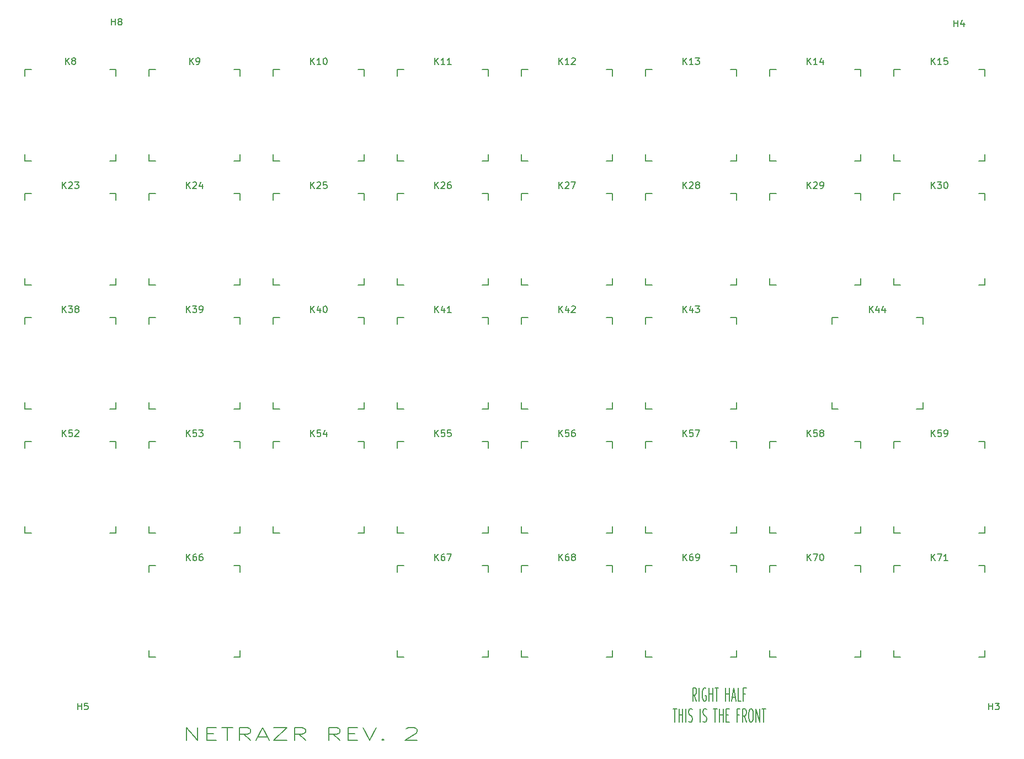
<source format=gto>
%TF.GenerationSoftware,KiCad,Pcbnew,(6.0.10)*%
%TF.CreationDate,2023-02-02T17:49:13-08:00*%
%TF.ProjectId,netrazr_rev2-Right,6e657472-617a-4725-9f72-6576322d5269,2*%
%TF.SameCoordinates,Original*%
%TF.FileFunction,Legend,Top*%
%TF.FilePolarity,Positive*%
%FSLAX46Y46*%
G04 Gerber Fmt 4.6, Leading zero omitted, Abs format (unit mm)*
G04 Created by KiCad (PCBNEW (6.0.10)) date 2023-02-02 17:49:13*
%MOMM*%
%LPD*%
G01*
G04 APERTURE LIST*
%ADD10C,0.150000*%
%ADD11C,3.531000*%
%ADD12C,1.803800*%
%ADD13C,1.092600*%
%ADD14C,2.134000*%
%ADD15C,3.802000*%
G04 APERTURE END LIST*
D10*
X252005142Y-174477761D02*
X252005142Y-172477761D01*
X253719428Y-174477761D01*
X253719428Y-172477761D01*
X255148000Y-173430142D02*
X256148000Y-173430142D01*
X256576571Y-174477761D02*
X255148000Y-174477761D01*
X255148000Y-172477761D01*
X256576571Y-172477761D01*
X257433714Y-172477761D02*
X259148000Y-172477761D01*
X258290857Y-174477761D02*
X258290857Y-172477761D01*
X261862285Y-174477761D02*
X260862285Y-173525380D01*
X260148000Y-174477761D02*
X260148000Y-172477761D01*
X261290857Y-172477761D01*
X261576571Y-172573000D01*
X261719428Y-172668238D01*
X261862285Y-172858714D01*
X261862285Y-173144428D01*
X261719428Y-173334904D01*
X261576571Y-173430142D01*
X261290857Y-173525380D01*
X260148000Y-173525380D01*
X263005142Y-173906333D02*
X264433714Y-173906333D01*
X262719428Y-174477761D02*
X263719428Y-172477761D01*
X264719428Y-174477761D01*
X265433714Y-172477761D02*
X267433714Y-172477761D01*
X265433714Y-174477761D01*
X267433714Y-174477761D01*
X270290857Y-174477761D02*
X269290857Y-173525380D01*
X268576571Y-174477761D02*
X268576571Y-172477761D01*
X269719428Y-172477761D01*
X270005142Y-172573000D01*
X270148000Y-172668238D01*
X270290857Y-172858714D01*
X270290857Y-173144428D01*
X270148000Y-173334904D01*
X270005142Y-173430142D01*
X269719428Y-173525380D01*
X268576571Y-173525380D01*
X275576571Y-174477761D02*
X274576571Y-173525380D01*
X273862285Y-174477761D02*
X273862285Y-172477761D01*
X275005142Y-172477761D01*
X275290857Y-172573000D01*
X275433714Y-172668238D01*
X275576571Y-172858714D01*
X275576571Y-173144428D01*
X275433714Y-173334904D01*
X275290857Y-173430142D01*
X275005142Y-173525380D01*
X273862285Y-173525380D01*
X276862285Y-173430142D02*
X277862285Y-173430142D01*
X278290857Y-174477761D02*
X276862285Y-174477761D01*
X276862285Y-172477761D01*
X278290857Y-172477761D01*
X279148000Y-172477761D02*
X280148000Y-174477761D01*
X281148000Y-172477761D01*
X282148000Y-174287285D02*
X282290857Y-174382523D01*
X282148000Y-174477761D01*
X282005142Y-174382523D01*
X282148000Y-174287285D01*
X282148000Y-174477761D01*
X285719428Y-172668238D02*
X285862285Y-172573000D01*
X286148000Y-172477761D01*
X286862285Y-172477761D01*
X287148000Y-172573000D01*
X287290857Y-172668238D01*
X287433714Y-172858714D01*
X287433714Y-173049190D01*
X287290857Y-173334904D01*
X285576571Y-174477761D01*
X287433714Y-174477761D01*
X330283000Y-168422761D02*
X329949666Y-167470380D01*
X329711571Y-168422761D02*
X329711571Y-166422761D01*
X330092523Y-166422761D01*
X330187761Y-166518000D01*
X330235380Y-166613238D01*
X330283000Y-166803714D01*
X330283000Y-167089428D01*
X330235380Y-167279904D01*
X330187761Y-167375142D01*
X330092523Y-167470380D01*
X329711571Y-167470380D01*
X330711571Y-168422761D02*
X330711571Y-166422761D01*
X331711571Y-166518000D02*
X331616333Y-166422761D01*
X331473476Y-166422761D01*
X331330619Y-166518000D01*
X331235380Y-166708476D01*
X331187761Y-166898952D01*
X331140142Y-167279904D01*
X331140142Y-167565619D01*
X331187761Y-167946571D01*
X331235380Y-168137047D01*
X331330619Y-168327523D01*
X331473476Y-168422761D01*
X331568714Y-168422761D01*
X331711571Y-168327523D01*
X331759190Y-168232285D01*
X331759190Y-167565619D01*
X331568714Y-167565619D01*
X332187761Y-168422761D02*
X332187761Y-166422761D01*
X332187761Y-167375142D02*
X332759190Y-167375142D01*
X332759190Y-168422761D02*
X332759190Y-166422761D01*
X333092523Y-166422761D02*
X333663952Y-166422761D01*
X333378238Y-168422761D02*
X333378238Y-166422761D01*
X334759190Y-168422761D02*
X334759190Y-166422761D01*
X334759190Y-167375142D02*
X335330619Y-167375142D01*
X335330619Y-168422761D02*
X335330619Y-166422761D01*
X335759190Y-167851333D02*
X336235380Y-167851333D01*
X335663952Y-168422761D02*
X335997285Y-166422761D01*
X336330619Y-168422761D01*
X337140142Y-168422761D02*
X336663952Y-168422761D01*
X336663952Y-166422761D01*
X337806809Y-167375142D02*
X337473476Y-167375142D01*
X337473476Y-168422761D02*
X337473476Y-166422761D01*
X337949666Y-166422761D01*
X326687761Y-169642761D02*
X327259190Y-169642761D01*
X326973476Y-171642761D02*
X326973476Y-169642761D01*
X327592523Y-171642761D02*
X327592523Y-169642761D01*
X327592523Y-170595142D02*
X328163952Y-170595142D01*
X328163952Y-171642761D02*
X328163952Y-169642761D01*
X328640142Y-171642761D02*
X328640142Y-169642761D01*
X329068714Y-171547523D02*
X329211571Y-171642761D01*
X329449666Y-171642761D01*
X329544904Y-171547523D01*
X329592523Y-171452285D01*
X329640142Y-171261809D01*
X329640142Y-171071333D01*
X329592523Y-170880857D01*
X329544904Y-170785619D01*
X329449666Y-170690380D01*
X329259190Y-170595142D01*
X329163952Y-170499904D01*
X329116333Y-170404666D01*
X329068714Y-170214190D01*
X329068714Y-170023714D01*
X329116333Y-169833238D01*
X329163952Y-169738000D01*
X329259190Y-169642761D01*
X329497285Y-169642761D01*
X329640142Y-169738000D01*
X330830619Y-171642761D02*
X330830619Y-169642761D01*
X331259190Y-171547523D02*
X331402047Y-171642761D01*
X331640142Y-171642761D01*
X331735380Y-171547523D01*
X331783000Y-171452285D01*
X331830619Y-171261809D01*
X331830619Y-171071333D01*
X331783000Y-170880857D01*
X331735380Y-170785619D01*
X331640142Y-170690380D01*
X331449666Y-170595142D01*
X331354428Y-170499904D01*
X331306809Y-170404666D01*
X331259190Y-170214190D01*
X331259190Y-170023714D01*
X331306809Y-169833238D01*
X331354428Y-169738000D01*
X331449666Y-169642761D01*
X331687761Y-169642761D01*
X331830619Y-169738000D01*
X332878238Y-169642761D02*
X333449666Y-169642761D01*
X333163952Y-171642761D02*
X333163952Y-169642761D01*
X333783000Y-171642761D02*
X333783000Y-169642761D01*
X333783000Y-170595142D02*
X334354428Y-170595142D01*
X334354428Y-171642761D02*
X334354428Y-169642761D01*
X334830619Y-170595142D02*
X335163952Y-170595142D01*
X335306809Y-171642761D02*
X334830619Y-171642761D01*
X334830619Y-169642761D01*
X335306809Y-169642761D01*
X336830619Y-170595142D02*
X336497285Y-170595142D01*
X336497285Y-171642761D02*
X336497285Y-169642761D01*
X336973476Y-169642761D01*
X337925857Y-171642761D02*
X337592523Y-170690380D01*
X337354428Y-171642761D02*
X337354428Y-169642761D01*
X337735380Y-169642761D01*
X337830619Y-169738000D01*
X337878238Y-169833238D01*
X337925857Y-170023714D01*
X337925857Y-170309428D01*
X337878238Y-170499904D01*
X337830619Y-170595142D01*
X337735380Y-170690380D01*
X337354428Y-170690380D01*
X338544904Y-169642761D02*
X338735380Y-169642761D01*
X338830619Y-169738000D01*
X338925857Y-169928476D01*
X338973476Y-170309428D01*
X338973476Y-170976095D01*
X338925857Y-171357047D01*
X338830619Y-171547523D01*
X338735380Y-171642761D01*
X338544904Y-171642761D01*
X338449666Y-171547523D01*
X338354428Y-171357047D01*
X338306809Y-170976095D01*
X338306809Y-170309428D01*
X338354428Y-169928476D01*
X338449666Y-169738000D01*
X338544904Y-169642761D01*
X339402047Y-171642761D02*
X339402047Y-169642761D01*
X339973476Y-171642761D01*
X339973476Y-169642761D01*
X340306809Y-169642761D02*
X340878238Y-169642761D01*
X340592523Y-171642761D02*
X340592523Y-169642761D01*
X290150714Y-146847380D02*
X290150714Y-145847380D01*
X290722142Y-146847380D02*
X290293571Y-146275952D01*
X290722142Y-145847380D02*
X290150714Y-146418809D01*
X291579285Y-145847380D02*
X291388809Y-145847380D01*
X291293571Y-145895000D01*
X291245952Y-145942619D01*
X291150714Y-146085476D01*
X291103095Y-146275952D01*
X291103095Y-146656904D01*
X291150714Y-146752142D01*
X291198333Y-146799761D01*
X291293571Y-146847380D01*
X291484047Y-146847380D01*
X291579285Y-146799761D01*
X291626904Y-146752142D01*
X291674523Y-146656904D01*
X291674523Y-146418809D01*
X291626904Y-146323571D01*
X291579285Y-146275952D01*
X291484047Y-146228333D01*
X291293571Y-146228333D01*
X291198333Y-146275952D01*
X291150714Y-146323571D01*
X291103095Y-146418809D01*
X292007857Y-145847380D02*
X292674523Y-145847380D01*
X292245952Y-146847380D01*
X233000714Y-127797380D02*
X233000714Y-126797380D01*
X233572142Y-127797380D02*
X233143571Y-127225952D01*
X233572142Y-126797380D02*
X233000714Y-127368809D01*
X234476904Y-126797380D02*
X234000714Y-126797380D01*
X233953095Y-127273571D01*
X234000714Y-127225952D01*
X234095952Y-127178333D01*
X234334047Y-127178333D01*
X234429285Y-127225952D01*
X234476904Y-127273571D01*
X234524523Y-127368809D01*
X234524523Y-127606904D01*
X234476904Y-127702142D01*
X234429285Y-127749761D01*
X234334047Y-127797380D01*
X234095952Y-127797380D01*
X234000714Y-127749761D01*
X233953095Y-127702142D01*
X234905476Y-126892619D02*
X234953095Y-126845000D01*
X235048333Y-126797380D01*
X235286428Y-126797380D01*
X235381666Y-126845000D01*
X235429285Y-126892619D01*
X235476904Y-126987857D01*
X235476904Y-127083095D01*
X235429285Y-127225952D01*
X234857857Y-127797380D01*
X235476904Y-127797380D01*
X366350714Y-89697380D02*
X366350714Y-88697380D01*
X366922142Y-89697380D02*
X366493571Y-89125952D01*
X366922142Y-88697380D02*
X366350714Y-89268809D01*
X367255476Y-88697380D02*
X367874523Y-88697380D01*
X367541190Y-89078333D01*
X367684047Y-89078333D01*
X367779285Y-89125952D01*
X367826904Y-89173571D01*
X367874523Y-89268809D01*
X367874523Y-89506904D01*
X367826904Y-89602142D01*
X367779285Y-89649761D01*
X367684047Y-89697380D01*
X367398333Y-89697380D01*
X367303095Y-89649761D01*
X367255476Y-89602142D01*
X368493571Y-88697380D02*
X368588809Y-88697380D01*
X368684047Y-88745000D01*
X368731666Y-88792619D01*
X368779285Y-88887857D01*
X368826904Y-89078333D01*
X368826904Y-89316428D01*
X368779285Y-89506904D01*
X368731666Y-89602142D01*
X368684047Y-89649761D01*
X368588809Y-89697380D01*
X368493571Y-89697380D01*
X368398333Y-89649761D01*
X368350714Y-89602142D01*
X368303095Y-89506904D01*
X368255476Y-89316428D01*
X368255476Y-89078333D01*
X368303095Y-88887857D01*
X368350714Y-88792619D01*
X368398333Y-88745000D01*
X368493571Y-88697380D01*
X328250714Y-146847380D02*
X328250714Y-145847380D01*
X328822142Y-146847380D02*
X328393571Y-146275952D01*
X328822142Y-145847380D02*
X328250714Y-146418809D01*
X329679285Y-145847380D02*
X329488809Y-145847380D01*
X329393571Y-145895000D01*
X329345952Y-145942619D01*
X329250714Y-146085476D01*
X329203095Y-146275952D01*
X329203095Y-146656904D01*
X329250714Y-146752142D01*
X329298333Y-146799761D01*
X329393571Y-146847380D01*
X329584047Y-146847380D01*
X329679285Y-146799761D01*
X329726904Y-146752142D01*
X329774523Y-146656904D01*
X329774523Y-146418809D01*
X329726904Y-146323571D01*
X329679285Y-146275952D01*
X329584047Y-146228333D01*
X329393571Y-146228333D01*
X329298333Y-146275952D01*
X329250714Y-146323571D01*
X329203095Y-146418809D01*
X330250714Y-146847380D02*
X330441190Y-146847380D01*
X330536428Y-146799761D01*
X330584047Y-146752142D01*
X330679285Y-146609285D01*
X330726904Y-146418809D01*
X330726904Y-146037857D01*
X330679285Y-145942619D01*
X330631666Y-145895000D01*
X330536428Y-145847380D01*
X330345952Y-145847380D01*
X330250714Y-145895000D01*
X330203095Y-145942619D01*
X330155476Y-146037857D01*
X330155476Y-146275952D01*
X330203095Y-146371190D01*
X330250714Y-146418809D01*
X330345952Y-146466428D01*
X330536428Y-146466428D01*
X330631666Y-146418809D01*
X330679285Y-146371190D01*
X330726904Y-146275952D01*
X252050714Y-108747380D02*
X252050714Y-107747380D01*
X252622142Y-108747380D02*
X252193571Y-108175952D01*
X252622142Y-107747380D02*
X252050714Y-108318809D01*
X252955476Y-107747380D02*
X253574523Y-107747380D01*
X253241190Y-108128333D01*
X253384047Y-108128333D01*
X253479285Y-108175952D01*
X253526904Y-108223571D01*
X253574523Y-108318809D01*
X253574523Y-108556904D01*
X253526904Y-108652142D01*
X253479285Y-108699761D01*
X253384047Y-108747380D01*
X253098333Y-108747380D01*
X253003095Y-108699761D01*
X252955476Y-108652142D01*
X254050714Y-108747380D02*
X254241190Y-108747380D01*
X254336428Y-108699761D01*
X254384047Y-108652142D01*
X254479285Y-108509285D01*
X254526904Y-108318809D01*
X254526904Y-107937857D01*
X254479285Y-107842619D01*
X254431666Y-107795000D01*
X254336428Y-107747380D01*
X254145952Y-107747380D01*
X254050714Y-107795000D01*
X254003095Y-107842619D01*
X253955476Y-107937857D01*
X253955476Y-108175952D01*
X254003095Y-108271190D01*
X254050714Y-108318809D01*
X254145952Y-108366428D01*
X254336428Y-108366428D01*
X254431666Y-108318809D01*
X254479285Y-108271190D01*
X254526904Y-108175952D01*
X309200714Y-70647380D02*
X309200714Y-69647380D01*
X309772142Y-70647380D02*
X309343571Y-70075952D01*
X309772142Y-69647380D02*
X309200714Y-70218809D01*
X310724523Y-70647380D02*
X310153095Y-70647380D01*
X310438809Y-70647380D02*
X310438809Y-69647380D01*
X310343571Y-69790238D01*
X310248333Y-69885476D01*
X310153095Y-69933095D01*
X311105476Y-69742619D02*
X311153095Y-69695000D01*
X311248333Y-69647380D01*
X311486428Y-69647380D01*
X311581666Y-69695000D01*
X311629285Y-69742619D01*
X311676904Y-69837857D01*
X311676904Y-69933095D01*
X311629285Y-70075952D01*
X311057857Y-70647380D01*
X311676904Y-70647380D01*
X369824095Y-64841380D02*
X369824095Y-63841380D01*
X369824095Y-64317571D02*
X370395523Y-64317571D01*
X370395523Y-64841380D02*
X370395523Y-63841380D01*
X371300285Y-64174714D02*
X371300285Y-64841380D01*
X371062190Y-63793761D02*
X370824095Y-64508047D01*
X371443142Y-64508047D01*
X233000714Y-89697380D02*
X233000714Y-88697380D01*
X233572142Y-89697380D02*
X233143571Y-89125952D01*
X233572142Y-88697380D02*
X233000714Y-89268809D01*
X233953095Y-88792619D02*
X234000714Y-88745000D01*
X234095952Y-88697380D01*
X234334047Y-88697380D01*
X234429285Y-88745000D01*
X234476904Y-88792619D01*
X234524523Y-88887857D01*
X234524523Y-88983095D01*
X234476904Y-89125952D01*
X233905476Y-89697380D01*
X234524523Y-89697380D01*
X234857857Y-88697380D02*
X235476904Y-88697380D01*
X235143571Y-89078333D01*
X235286428Y-89078333D01*
X235381666Y-89125952D01*
X235429285Y-89173571D01*
X235476904Y-89268809D01*
X235476904Y-89506904D01*
X235429285Y-89602142D01*
X235381666Y-89649761D01*
X235286428Y-89697380D01*
X235000714Y-89697380D01*
X234905476Y-89649761D01*
X234857857Y-89602142D01*
X328250714Y-127797380D02*
X328250714Y-126797380D01*
X328822142Y-127797380D02*
X328393571Y-127225952D01*
X328822142Y-126797380D02*
X328250714Y-127368809D01*
X329726904Y-126797380D02*
X329250714Y-126797380D01*
X329203095Y-127273571D01*
X329250714Y-127225952D01*
X329345952Y-127178333D01*
X329584047Y-127178333D01*
X329679285Y-127225952D01*
X329726904Y-127273571D01*
X329774523Y-127368809D01*
X329774523Y-127606904D01*
X329726904Y-127702142D01*
X329679285Y-127749761D01*
X329584047Y-127797380D01*
X329345952Y-127797380D01*
X329250714Y-127749761D01*
X329203095Y-127702142D01*
X330107857Y-126797380D02*
X330774523Y-126797380D01*
X330345952Y-127797380D01*
X347300714Y-127797380D02*
X347300714Y-126797380D01*
X347872142Y-127797380D02*
X347443571Y-127225952D01*
X347872142Y-126797380D02*
X347300714Y-127368809D01*
X348776904Y-126797380D02*
X348300714Y-126797380D01*
X348253095Y-127273571D01*
X348300714Y-127225952D01*
X348395952Y-127178333D01*
X348634047Y-127178333D01*
X348729285Y-127225952D01*
X348776904Y-127273571D01*
X348824523Y-127368809D01*
X348824523Y-127606904D01*
X348776904Y-127702142D01*
X348729285Y-127749761D01*
X348634047Y-127797380D01*
X348395952Y-127797380D01*
X348300714Y-127749761D01*
X348253095Y-127702142D01*
X349395952Y-127225952D02*
X349300714Y-127178333D01*
X349253095Y-127130714D01*
X349205476Y-127035476D01*
X349205476Y-126987857D01*
X349253095Y-126892619D01*
X349300714Y-126845000D01*
X349395952Y-126797380D01*
X349586428Y-126797380D01*
X349681666Y-126845000D01*
X349729285Y-126892619D01*
X349776904Y-126987857D01*
X349776904Y-127035476D01*
X349729285Y-127130714D01*
X349681666Y-127178333D01*
X349586428Y-127225952D01*
X349395952Y-127225952D01*
X349300714Y-127273571D01*
X349253095Y-127321190D01*
X349205476Y-127416428D01*
X349205476Y-127606904D01*
X349253095Y-127702142D01*
X349300714Y-127749761D01*
X349395952Y-127797380D01*
X349586428Y-127797380D01*
X349681666Y-127749761D01*
X349729285Y-127702142D01*
X349776904Y-127606904D01*
X349776904Y-127416428D01*
X349729285Y-127321190D01*
X349681666Y-127273571D01*
X349586428Y-127225952D01*
X271100714Y-127797380D02*
X271100714Y-126797380D01*
X271672142Y-127797380D02*
X271243571Y-127225952D01*
X271672142Y-126797380D02*
X271100714Y-127368809D01*
X272576904Y-126797380D02*
X272100714Y-126797380D01*
X272053095Y-127273571D01*
X272100714Y-127225952D01*
X272195952Y-127178333D01*
X272434047Y-127178333D01*
X272529285Y-127225952D01*
X272576904Y-127273571D01*
X272624523Y-127368809D01*
X272624523Y-127606904D01*
X272576904Y-127702142D01*
X272529285Y-127749761D01*
X272434047Y-127797380D01*
X272195952Y-127797380D01*
X272100714Y-127749761D01*
X272053095Y-127702142D01*
X273481666Y-127130714D02*
X273481666Y-127797380D01*
X273243571Y-126749761D02*
X273005476Y-127464047D01*
X273624523Y-127464047D01*
X309200714Y-89697380D02*
X309200714Y-88697380D01*
X309772142Y-89697380D02*
X309343571Y-89125952D01*
X309772142Y-88697380D02*
X309200714Y-89268809D01*
X310153095Y-88792619D02*
X310200714Y-88745000D01*
X310295952Y-88697380D01*
X310534047Y-88697380D01*
X310629285Y-88745000D01*
X310676904Y-88792619D01*
X310724523Y-88887857D01*
X310724523Y-88983095D01*
X310676904Y-89125952D01*
X310105476Y-89697380D01*
X310724523Y-89697380D01*
X311057857Y-88697380D02*
X311724523Y-88697380D01*
X311295952Y-89697380D01*
X309200714Y-108747380D02*
X309200714Y-107747380D01*
X309772142Y-108747380D02*
X309343571Y-108175952D01*
X309772142Y-107747380D02*
X309200714Y-108318809D01*
X310629285Y-108080714D02*
X310629285Y-108747380D01*
X310391190Y-107699761D02*
X310153095Y-108414047D01*
X310772142Y-108414047D01*
X311105476Y-107842619D02*
X311153095Y-107795000D01*
X311248333Y-107747380D01*
X311486428Y-107747380D01*
X311581666Y-107795000D01*
X311629285Y-107842619D01*
X311676904Y-107937857D01*
X311676904Y-108033095D01*
X311629285Y-108175952D01*
X311057857Y-108747380D01*
X311676904Y-108747380D01*
X290150714Y-89697380D02*
X290150714Y-88697380D01*
X290722142Y-89697380D02*
X290293571Y-89125952D01*
X290722142Y-88697380D02*
X290150714Y-89268809D01*
X291103095Y-88792619D02*
X291150714Y-88745000D01*
X291245952Y-88697380D01*
X291484047Y-88697380D01*
X291579285Y-88745000D01*
X291626904Y-88792619D01*
X291674523Y-88887857D01*
X291674523Y-88983095D01*
X291626904Y-89125952D01*
X291055476Y-89697380D01*
X291674523Y-89697380D01*
X292531666Y-88697380D02*
X292341190Y-88697380D01*
X292245952Y-88745000D01*
X292198333Y-88792619D01*
X292103095Y-88935476D01*
X292055476Y-89125952D01*
X292055476Y-89506904D01*
X292103095Y-89602142D01*
X292150714Y-89649761D01*
X292245952Y-89697380D01*
X292436428Y-89697380D01*
X292531666Y-89649761D01*
X292579285Y-89602142D01*
X292626904Y-89506904D01*
X292626904Y-89268809D01*
X292579285Y-89173571D01*
X292531666Y-89125952D01*
X292436428Y-89078333D01*
X292245952Y-89078333D01*
X292150714Y-89125952D01*
X292103095Y-89173571D01*
X292055476Y-89268809D01*
X290150714Y-127797380D02*
X290150714Y-126797380D01*
X290722142Y-127797380D02*
X290293571Y-127225952D01*
X290722142Y-126797380D02*
X290150714Y-127368809D01*
X291626904Y-126797380D02*
X291150714Y-126797380D01*
X291103095Y-127273571D01*
X291150714Y-127225952D01*
X291245952Y-127178333D01*
X291484047Y-127178333D01*
X291579285Y-127225952D01*
X291626904Y-127273571D01*
X291674523Y-127368809D01*
X291674523Y-127606904D01*
X291626904Y-127702142D01*
X291579285Y-127749761D01*
X291484047Y-127797380D01*
X291245952Y-127797380D01*
X291150714Y-127749761D01*
X291103095Y-127702142D01*
X292579285Y-126797380D02*
X292103095Y-126797380D01*
X292055476Y-127273571D01*
X292103095Y-127225952D01*
X292198333Y-127178333D01*
X292436428Y-127178333D01*
X292531666Y-127225952D01*
X292579285Y-127273571D01*
X292626904Y-127368809D01*
X292626904Y-127606904D01*
X292579285Y-127702142D01*
X292531666Y-127749761D01*
X292436428Y-127797380D01*
X292198333Y-127797380D01*
X292103095Y-127749761D01*
X292055476Y-127702142D01*
X252050714Y-89697380D02*
X252050714Y-88697380D01*
X252622142Y-89697380D02*
X252193571Y-89125952D01*
X252622142Y-88697380D02*
X252050714Y-89268809D01*
X253003095Y-88792619D02*
X253050714Y-88745000D01*
X253145952Y-88697380D01*
X253384047Y-88697380D01*
X253479285Y-88745000D01*
X253526904Y-88792619D01*
X253574523Y-88887857D01*
X253574523Y-88983095D01*
X253526904Y-89125952D01*
X252955476Y-89697380D01*
X253574523Y-89697380D01*
X254431666Y-89030714D02*
X254431666Y-89697380D01*
X254193571Y-88649761D02*
X253955476Y-89364047D01*
X254574523Y-89364047D01*
X252050714Y-146847380D02*
X252050714Y-145847380D01*
X252622142Y-146847380D02*
X252193571Y-146275952D01*
X252622142Y-145847380D02*
X252050714Y-146418809D01*
X253479285Y-145847380D02*
X253288809Y-145847380D01*
X253193571Y-145895000D01*
X253145952Y-145942619D01*
X253050714Y-146085476D01*
X253003095Y-146275952D01*
X253003095Y-146656904D01*
X253050714Y-146752142D01*
X253098333Y-146799761D01*
X253193571Y-146847380D01*
X253384047Y-146847380D01*
X253479285Y-146799761D01*
X253526904Y-146752142D01*
X253574523Y-146656904D01*
X253574523Y-146418809D01*
X253526904Y-146323571D01*
X253479285Y-146275952D01*
X253384047Y-146228333D01*
X253193571Y-146228333D01*
X253098333Y-146275952D01*
X253050714Y-146323571D01*
X253003095Y-146418809D01*
X254431666Y-145847380D02*
X254241190Y-145847380D01*
X254145952Y-145895000D01*
X254098333Y-145942619D01*
X254003095Y-146085476D01*
X253955476Y-146275952D01*
X253955476Y-146656904D01*
X254003095Y-146752142D01*
X254050714Y-146799761D01*
X254145952Y-146847380D01*
X254336428Y-146847380D01*
X254431666Y-146799761D01*
X254479285Y-146752142D01*
X254526904Y-146656904D01*
X254526904Y-146418809D01*
X254479285Y-146323571D01*
X254431666Y-146275952D01*
X254336428Y-146228333D01*
X254145952Y-146228333D01*
X254050714Y-146275952D01*
X254003095Y-146323571D01*
X253955476Y-146418809D01*
X347300714Y-70647380D02*
X347300714Y-69647380D01*
X347872142Y-70647380D02*
X347443571Y-70075952D01*
X347872142Y-69647380D02*
X347300714Y-70218809D01*
X348824523Y-70647380D02*
X348253095Y-70647380D01*
X348538809Y-70647380D02*
X348538809Y-69647380D01*
X348443571Y-69790238D01*
X348348333Y-69885476D01*
X348253095Y-69933095D01*
X349681666Y-69980714D02*
X349681666Y-70647380D01*
X349443571Y-69599761D02*
X349205476Y-70314047D01*
X349824523Y-70314047D01*
X375158095Y-169742380D02*
X375158095Y-168742380D01*
X375158095Y-169218571D02*
X375729523Y-169218571D01*
X375729523Y-169742380D02*
X375729523Y-168742380D01*
X376110476Y-168742380D02*
X376729523Y-168742380D01*
X376396190Y-169123333D01*
X376539047Y-169123333D01*
X376634285Y-169170952D01*
X376681904Y-169218571D01*
X376729523Y-169313809D01*
X376729523Y-169551904D01*
X376681904Y-169647142D01*
X376634285Y-169694761D01*
X376539047Y-169742380D01*
X376253333Y-169742380D01*
X376158095Y-169694761D01*
X376110476Y-169647142D01*
X328250714Y-89697380D02*
X328250714Y-88697380D01*
X328822142Y-89697380D02*
X328393571Y-89125952D01*
X328822142Y-88697380D02*
X328250714Y-89268809D01*
X329203095Y-88792619D02*
X329250714Y-88745000D01*
X329345952Y-88697380D01*
X329584047Y-88697380D01*
X329679285Y-88745000D01*
X329726904Y-88792619D01*
X329774523Y-88887857D01*
X329774523Y-88983095D01*
X329726904Y-89125952D01*
X329155476Y-89697380D01*
X329774523Y-89697380D01*
X330345952Y-89125952D02*
X330250714Y-89078333D01*
X330203095Y-89030714D01*
X330155476Y-88935476D01*
X330155476Y-88887857D01*
X330203095Y-88792619D01*
X330250714Y-88745000D01*
X330345952Y-88697380D01*
X330536428Y-88697380D01*
X330631666Y-88745000D01*
X330679285Y-88792619D01*
X330726904Y-88887857D01*
X330726904Y-88935476D01*
X330679285Y-89030714D01*
X330631666Y-89078333D01*
X330536428Y-89125952D01*
X330345952Y-89125952D01*
X330250714Y-89173571D01*
X330203095Y-89221190D01*
X330155476Y-89316428D01*
X330155476Y-89506904D01*
X330203095Y-89602142D01*
X330250714Y-89649761D01*
X330345952Y-89697380D01*
X330536428Y-89697380D01*
X330631666Y-89649761D01*
X330679285Y-89602142D01*
X330726904Y-89506904D01*
X330726904Y-89316428D01*
X330679285Y-89221190D01*
X330631666Y-89173571D01*
X330536428Y-89125952D01*
X328250714Y-108747380D02*
X328250714Y-107747380D01*
X328822142Y-108747380D02*
X328393571Y-108175952D01*
X328822142Y-107747380D02*
X328250714Y-108318809D01*
X329679285Y-108080714D02*
X329679285Y-108747380D01*
X329441190Y-107699761D02*
X329203095Y-108414047D01*
X329822142Y-108414047D01*
X330107857Y-107747380D02*
X330726904Y-107747380D01*
X330393571Y-108128333D01*
X330536428Y-108128333D01*
X330631666Y-108175952D01*
X330679285Y-108223571D01*
X330726904Y-108318809D01*
X330726904Y-108556904D01*
X330679285Y-108652142D01*
X330631666Y-108699761D01*
X330536428Y-108747380D01*
X330250714Y-108747380D01*
X330155476Y-108699761D01*
X330107857Y-108652142D01*
X271100714Y-108747380D02*
X271100714Y-107747380D01*
X271672142Y-108747380D02*
X271243571Y-108175952D01*
X271672142Y-107747380D02*
X271100714Y-108318809D01*
X272529285Y-108080714D02*
X272529285Y-108747380D01*
X272291190Y-107699761D02*
X272053095Y-108414047D01*
X272672142Y-108414047D01*
X273243571Y-107747380D02*
X273338809Y-107747380D01*
X273434047Y-107795000D01*
X273481666Y-107842619D01*
X273529285Y-107937857D01*
X273576904Y-108128333D01*
X273576904Y-108366428D01*
X273529285Y-108556904D01*
X273481666Y-108652142D01*
X273434047Y-108699761D01*
X273338809Y-108747380D01*
X273243571Y-108747380D01*
X273148333Y-108699761D01*
X273100714Y-108652142D01*
X273053095Y-108556904D01*
X273005476Y-108366428D01*
X273005476Y-108128333D01*
X273053095Y-107937857D01*
X273100714Y-107842619D01*
X273148333Y-107795000D01*
X273243571Y-107747380D01*
X233000714Y-108747380D02*
X233000714Y-107747380D01*
X233572142Y-108747380D02*
X233143571Y-108175952D01*
X233572142Y-107747380D02*
X233000714Y-108318809D01*
X233905476Y-107747380D02*
X234524523Y-107747380D01*
X234191190Y-108128333D01*
X234334047Y-108128333D01*
X234429285Y-108175952D01*
X234476904Y-108223571D01*
X234524523Y-108318809D01*
X234524523Y-108556904D01*
X234476904Y-108652142D01*
X234429285Y-108699761D01*
X234334047Y-108747380D01*
X234048333Y-108747380D01*
X233953095Y-108699761D01*
X233905476Y-108652142D01*
X235095952Y-108175952D02*
X235000714Y-108128333D01*
X234953095Y-108080714D01*
X234905476Y-107985476D01*
X234905476Y-107937857D01*
X234953095Y-107842619D01*
X235000714Y-107795000D01*
X235095952Y-107747380D01*
X235286428Y-107747380D01*
X235381666Y-107795000D01*
X235429285Y-107842619D01*
X235476904Y-107937857D01*
X235476904Y-107985476D01*
X235429285Y-108080714D01*
X235381666Y-108128333D01*
X235286428Y-108175952D01*
X235095952Y-108175952D01*
X235000714Y-108223571D01*
X234953095Y-108271190D01*
X234905476Y-108366428D01*
X234905476Y-108556904D01*
X234953095Y-108652142D01*
X235000714Y-108699761D01*
X235095952Y-108747380D01*
X235286428Y-108747380D01*
X235381666Y-108699761D01*
X235429285Y-108652142D01*
X235476904Y-108556904D01*
X235476904Y-108366428D01*
X235429285Y-108271190D01*
X235381666Y-108223571D01*
X235286428Y-108175952D01*
X271100714Y-70647380D02*
X271100714Y-69647380D01*
X271672142Y-70647380D02*
X271243571Y-70075952D01*
X271672142Y-69647380D02*
X271100714Y-70218809D01*
X272624523Y-70647380D02*
X272053095Y-70647380D01*
X272338809Y-70647380D02*
X272338809Y-69647380D01*
X272243571Y-69790238D01*
X272148333Y-69885476D01*
X272053095Y-69933095D01*
X273243571Y-69647380D02*
X273338809Y-69647380D01*
X273434047Y-69695000D01*
X273481666Y-69742619D01*
X273529285Y-69837857D01*
X273576904Y-70028333D01*
X273576904Y-70266428D01*
X273529285Y-70456904D01*
X273481666Y-70552142D01*
X273434047Y-70599761D01*
X273338809Y-70647380D01*
X273243571Y-70647380D01*
X273148333Y-70599761D01*
X273100714Y-70552142D01*
X273053095Y-70456904D01*
X273005476Y-70266428D01*
X273005476Y-70028333D01*
X273053095Y-69837857D01*
X273100714Y-69742619D01*
X273148333Y-69695000D01*
X273243571Y-69647380D01*
X271100714Y-89697380D02*
X271100714Y-88697380D01*
X271672142Y-89697380D02*
X271243571Y-89125952D01*
X271672142Y-88697380D02*
X271100714Y-89268809D01*
X272053095Y-88792619D02*
X272100714Y-88745000D01*
X272195952Y-88697380D01*
X272434047Y-88697380D01*
X272529285Y-88745000D01*
X272576904Y-88792619D01*
X272624523Y-88887857D01*
X272624523Y-88983095D01*
X272576904Y-89125952D01*
X272005476Y-89697380D01*
X272624523Y-89697380D01*
X273529285Y-88697380D02*
X273053095Y-88697380D01*
X273005476Y-89173571D01*
X273053095Y-89125952D01*
X273148333Y-89078333D01*
X273386428Y-89078333D01*
X273481666Y-89125952D01*
X273529285Y-89173571D01*
X273576904Y-89268809D01*
X273576904Y-89506904D01*
X273529285Y-89602142D01*
X273481666Y-89649761D01*
X273386428Y-89697380D01*
X273148333Y-89697380D01*
X273053095Y-89649761D01*
X273005476Y-89602142D01*
X347300714Y-89697380D02*
X347300714Y-88697380D01*
X347872142Y-89697380D02*
X347443571Y-89125952D01*
X347872142Y-88697380D02*
X347300714Y-89268809D01*
X348253095Y-88792619D02*
X348300714Y-88745000D01*
X348395952Y-88697380D01*
X348634047Y-88697380D01*
X348729285Y-88745000D01*
X348776904Y-88792619D01*
X348824523Y-88887857D01*
X348824523Y-88983095D01*
X348776904Y-89125952D01*
X348205476Y-89697380D01*
X348824523Y-89697380D01*
X349300714Y-89697380D02*
X349491190Y-89697380D01*
X349586428Y-89649761D01*
X349634047Y-89602142D01*
X349729285Y-89459285D01*
X349776904Y-89268809D01*
X349776904Y-88887857D01*
X349729285Y-88792619D01*
X349681666Y-88745000D01*
X349586428Y-88697380D01*
X349395952Y-88697380D01*
X349300714Y-88745000D01*
X349253095Y-88792619D01*
X349205476Y-88887857D01*
X349205476Y-89125952D01*
X349253095Y-89221190D01*
X349300714Y-89268809D01*
X349395952Y-89316428D01*
X349586428Y-89316428D01*
X349681666Y-89268809D01*
X349729285Y-89221190D01*
X349776904Y-89125952D01*
X366350714Y-127797380D02*
X366350714Y-126797380D01*
X366922142Y-127797380D02*
X366493571Y-127225952D01*
X366922142Y-126797380D02*
X366350714Y-127368809D01*
X367826904Y-126797380D02*
X367350714Y-126797380D01*
X367303095Y-127273571D01*
X367350714Y-127225952D01*
X367445952Y-127178333D01*
X367684047Y-127178333D01*
X367779285Y-127225952D01*
X367826904Y-127273571D01*
X367874523Y-127368809D01*
X367874523Y-127606904D01*
X367826904Y-127702142D01*
X367779285Y-127749761D01*
X367684047Y-127797380D01*
X367445952Y-127797380D01*
X367350714Y-127749761D01*
X367303095Y-127702142D01*
X368350714Y-127797380D02*
X368541190Y-127797380D01*
X368636428Y-127749761D01*
X368684047Y-127702142D01*
X368779285Y-127559285D01*
X368826904Y-127368809D01*
X368826904Y-126987857D01*
X368779285Y-126892619D01*
X368731666Y-126845000D01*
X368636428Y-126797380D01*
X368445952Y-126797380D01*
X368350714Y-126845000D01*
X368303095Y-126892619D01*
X368255476Y-126987857D01*
X368255476Y-127225952D01*
X368303095Y-127321190D01*
X368350714Y-127368809D01*
X368445952Y-127416428D01*
X368636428Y-127416428D01*
X368731666Y-127368809D01*
X368779285Y-127321190D01*
X368826904Y-127225952D01*
X290150714Y-108747380D02*
X290150714Y-107747380D01*
X290722142Y-108747380D02*
X290293571Y-108175952D01*
X290722142Y-107747380D02*
X290150714Y-108318809D01*
X291579285Y-108080714D02*
X291579285Y-108747380D01*
X291341190Y-107699761D02*
X291103095Y-108414047D01*
X291722142Y-108414047D01*
X292626904Y-108747380D02*
X292055476Y-108747380D01*
X292341190Y-108747380D02*
X292341190Y-107747380D01*
X292245952Y-107890238D01*
X292150714Y-107985476D01*
X292055476Y-108033095D01*
X290150714Y-70647380D02*
X290150714Y-69647380D01*
X290722142Y-70647380D02*
X290293571Y-70075952D01*
X290722142Y-69647380D02*
X290150714Y-70218809D01*
X291674523Y-70647380D02*
X291103095Y-70647380D01*
X291388809Y-70647380D02*
X291388809Y-69647380D01*
X291293571Y-69790238D01*
X291198333Y-69885476D01*
X291103095Y-69933095D01*
X292626904Y-70647380D02*
X292055476Y-70647380D01*
X292341190Y-70647380D02*
X292341190Y-69647380D01*
X292245952Y-69790238D01*
X292150714Y-69885476D01*
X292055476Y-69933095D01*
X366350714Y-146847380D02*
X366350714Y-145847380D01*
X366922142Y-146847380D02*
X366493571Y-146275952D01*
X366922142Y-145847380D02*
X366350714Y-146418809D01*
X367255476Y-145847380D02*
X367922142Y-145847380D01*
X367493571Y-146847380D01*
X368826904Y-146847380D02*
X368255476Y-146847380D01*
X368541190Y-146847380D02*
X368541190Y-145847380D01*
X368445952Y-145990238D01*
X368350714Y-146085476D01*
X368255476Y-146133095D01*
X309200714Y-127797380D02*
X309200714Y-126797380D01*
X309772142Y-127797380D02*
X309343571Y-127225952D01*
X309772142Y-126797380D02*
X309200714Y-127368809D01*
X310676904Y-126797380D02*
X310200714Y-126797380D01*
X310153095Y-127273571D01*
X310200714Y-127225952D01*
X310295952Y-127178333D01*
X310534047Y-127178333D01*
X310629285Y-127225952D01*
X310676904Y-127273571D01*
X310724523Y-127368809D01*
X310724523Y-127606904D01*
X310676904Y-127702142D01*
X310629285Y-127749761D01*
X310534047Y-127797380D01*
X310295952Y-127797380D01*
X310200714Y-127749761D01*
X310153095Y-127702142D01*
X311581666Y-126797380D02*
X311391190Y-126797380D01*
X311295952Y-126845000D01*
X311248333Y-126892619D01*
X311153095Y-127035476D01*
X311105476Y-127225952D01*
X311105476Y-127606904D01*
X311153095Y-127702142D01*
X311200714Y-127749761D01*
X311295952Y-127797380D01*
X311486428Y-127797380D01*
X311581666Y-127749761D01*
X311629285Y-127702142D01*
X311676904Y-127606904D01*
X311676904Y-127368809D01*
X311629285Y-127273571D01*
X311581666Y-127225952D01*
X311486428Y-127178333D01*
X311295952Y-127178333D01*
X311200714Y-127225952D01*
X311153095Y-127273571D01*
X311105476Y-127368809D01*
X240538095Y-64587380D02*
X240538095Y-63587380D01*
X240538095Y-64063571D02*
X241109523Y-64063571D01*
X241109523Y-64587380D02*
X241109523Y-63587380D01*
X241728571Y-64015952D02*
X241633333Y-63968333D01*
X241585714Y-63920714D01*
X241538095Y-63825476D01*
X241538095Y-63777857D01*
X241585714Y-63682619D01*
X241633333Y-63635000D01*
X241728571Y-63587380D01*
X241919047Y-63587380D01*
X242014285Y-63635000D01*
X242061904Y-63682619D01*
X242109523Y-63777857D01*
X242109523Y-63825476D01*
X242061904Y-63920714D01*
X242014285Y-63968333D01*
X241919047Y-64015952D01*
X241728571Y-64015952D01*
X241633333Y-64063571D01*
X241585714Y-64111190D01*
X241538095Y-64206428D01*
X241538095Y-64396904D01*
X241585714Y-64492142D01*
X241633333Y-64539761D01*
X241728571Y-64587380D01*
X241919047Y-64587380D01*
X242014285Y-64539761D01*
X242061904Y-64492142D01*
X242109523Y-64396904D01*
X242109523Y-64206428D01*
X242061904Y-64111190D01*
X242014285Y-64063571D01*
X241919047Y-64015952D01*
X366350714Y-70647380D02*
X366350714Y-69647380D01*
X366922142Y-70647380D02*
X366493571Y-70075952D01*
X366922142Y-69647380D02*
X366350714Y-70218809D01*
X367874523Y-70647380D02*
X367303095Y-70647380D01*
X367588809Y-70647380D02*
X367588809Y-69647380D01*
X367493571Y-69790238D01*
X367398333Y-69885476D01*
X367303095Y-69933095D01*
X368779285Y-69647380D02*
X368303095Y-69647380D01*
X368255476Y-70123571D01*
X368303095Y-70075952D01*
X368398333Y-70028333D01*
X368636428Y-70028333D01*
X368731666Y-70075952D01*
X368779285Y-70123571D01*
X368826904Y-70218809D01*
X368826904Y-70456904D01*
X368779285Y-70552142D01*
X368731666Y-70599761D01*
X368636428Y-70647380D01*
X368398333Y-70647380D01*
X368303095Y-70599761D01*
X368255476Y-70552142D01*
X233476904Y-70647380D02*
X233476904Y-69647380D01*
X234048333Y-70647380D02*
X233619761Y-70075952D01*
X234048333Y-69647380D02*
X233476904Y-70218809D01*
X234619761Y-70075952D02*
X234524523Y-70028333D01*
X234476904Y-69980714D01*
X234429285Y-69885476D01*
X234429285Y-69837857D01*
X234476904Y-69742619D01*
X234524523Y-69695000D01*
X234619761Y-69647380D01*
X234810238Y-69647380D01*
X234905476Y-69695000D01*
X234953095Y-69742619D01*
X235000714Y-69837857D01*
X235000714Y-69885476D01*
X234953095Y-69980714D01*
X234905476Y-70028333D01*
X234810238Y-70075952D01*
X234619761Y-70075952D01*
X234524523Y-70123571D01*
X234476904Y-70171190D01*
X234429285Y-70266428D01*
X234429285Y-70456904D01*
X234476904Y-70552142D01*
X234524523Y-70599761D01*
X234619761Y-70647380D01*
X234810238Y-70647380D01*
X234905476Y-70599761D01*
X234953095Y-70552142D01*
X235000714Y-70456904D01*
X235000714Y-70266428D01*
X234953095Y-70171190D01*
X234905476Y-70123571D01*
X234810238Y-70075952D01*
X252050714Y-127797380D02*
X252050714Y-126797380D01*
X252622142Y-127797380D02*
X252193571Y-127225952D01*
X252622142Y-126797380D02*
X252050714Y-127368809D01*
X253526904Y-126797380D02*
X253050714Y-126797380D01*
X253003095Y-127273571D01*
X253050714Y-127225952D01*
X253145952Y-127178333D01*
X253384047Y-127178333D01*
X253479285Y-127225952D01*
X253526904Y-127273571D01*
X253574523Y-127368809D01*
X253574523Y-127606904D01*
X253526904Y-127702142D01*
X253479285Y-127749761D01*
X253384047Y-127797380D01*
X253145952Y-127797380D01*
X253050714Y-127749761D01*
X253003095Y-127702142D01*
X253907857Y-126797380D02*
X254526904Y-126797380D01*
X254193571Y-127178333D01*
X254336428Y-127178333D01*
X254431666Y-127225952D01*
X254479285Y-127273571D01*
X254526904Y-127368809D01*
X254526904Y-127606904D01*
X254479285Y-127702142D01*
X254431666Y-127749761D01*
X254336428Y-127797380D01*
X254050714Y-127797380D01*
X253955476Y-127749761D01*
X253907857Y-127702142D01*
X328250714Y-70647380D02*
X328250714Y-69647380D01*
X328822142Y-70647380D02*
X328393571Y-70075952D01*
X328822142Y-69647380D02*
X328250714Y-70218809D01*
X329774523Y-70647380D02*
X329203095Y-70647380D01*
X329488809Y-70647380D02*
X329488809Y-69647380D01*
X329393571Y-69790238D01*
X329298333Y-69885476D01*
X329203095Y-69933095D01*
X330107857Y-69647380D02*
X330726904Y-69647380D01*
X330393571Y-70028333D01*
X330536428Y-70028333D01*
X330631666Y-70075952D01*
X330679285Y-70123571D01*
X330726904Y-70218809D01*
X330726904Y-70456904D01*
X330679285Y-70552142D01*
X330631666Y-70599761D01*
X330536428Y-70647380D01*
X330250714Y-70647380D01*
X330155476Y-70599761D01*
X330107857Y-70552142D01*
X356825714Y-108747380D02*
X356825714Y-107747380D01*
X357397142Y-108747380D02*
X356968571Y-108175952D01*
X357397142Y-107747380D02*
X356825714Y-108318809D01*
X358254285Y-108080714D02*
X358254285Y-108747380D01*
X358016190Y-107699761D02*
X357778095Y-108414047D01*
X358397142Y-108414047D01*
X359206666Y-108080714D02*
X359206666Y-108747380D01*
X358968571Y-107699761D02*
X358730476Y-108414047D01*
X359349523Y-108414047D01*
X235331095Y-169742380D02*
X235331095Y-168742380D01*
X235331095Y-169218571D02*
X235902523Y-169218571D01*
X235902523Y-169742380D02*
X235902523Y-168742380D01*
X236854904Y-168742380D02*
X236378714Y-168742380D01*
X236331095Y-169218571D01*
X236378714Y-169170952D01*
X236473952Y-169123333D01*
X236712047Y-169123333D01*
X236807285Y-169170952D01*
X236854904Y-169218571D01*
X236902523Y-169313809D01*
X236902523Y-169551904D01*
X236854904Y-169647142D01*
X236807285Y-169694761D01*
X236712047Y-169742380D01*
X236473952Y-169742380D01*
X236378714Y-169694761D01*
X236331095Y-169647142D01*
X252526904Y-70647380D02*
X252526904Y-69647380D01*
X253098333Y-70647380D02*
X252669761Y-70075952D01*
X253098333Y-69647380D02*
X252526904Y-70218809D01*
X253574523Y-70647380D02*
X253765000Y-70647380D01*
X253860238Y-70599761D01*
X253907857Y-70552142D01*
X254003095Y-70409285D01*
X254050714Y-70218809D01*
X254050714Y-69837857D01*
X254003095Y-69742619D01*
X253955476Y-69695000D01*
X253860238Y-69647380D01*
X253669761Y-69647380D01*
X253574523Y-69695000D01*
X253526904Y-69742619D01*
X253479285Y-69837857D01*
X253479285Y-70075952D01*
X253526904Y-70171190D01*
X253574523Y-70218809D01*
X253669761Y-70266428D01*
X253860238Y-70266428D01*
X253955476Y-70218809D01*
X254003095Y-70171190D01*
X254050714Y-70075952D01*
X309200714Y-146847380D02*
X309200714Y-145847380D01*
X309772142Y-146847380D02*
X309343571Y-146275952D01*
X309772142Y-145847380D02*
X309200714Y-146418809D01*
X310629285Y-145847380D02*
X310438809Y-145847380D01*
X310343571Y-145895000D01*
X310295952Y-145942619D01*
X310200714Y-146085476D01*
X310153095Y-146275952D01*
X310153095Y-146656904D01*
X310200714Y-146752142D01*
X310248333Y-146799761D01*
X310343571Y-146847380D01*
X310534047Y-146847380D01*
X310629285Y-146799761D01*
X310676904Y-146752142D01*
X310724523Y-146656904D01*
X310724523Y-146418809D01*
X310676904Y-146323571D01*
X310629285Y-146275952D01*
X310534047Y-146228333D01*
X310343571Y-146228333D01*
X310248333Y-146275952D01*
X310200714Y-146323571D01*
X310153095Y-146418809D01*
X311295952Y-146275952D02*
X311200714Y-146228333D01*
X311153095Y-146180714D01*
X311105476Y-146085476D01*
X311105476Y-146037857D01*
X311153095Y-145942619D01*
X311200714Y-145895000D01*
X311295952Y-145847380D01*
X311486428Y-145847380D01*
X311581666Y-145895000D01*
X311629285Y-145942619D01*
X311676904Y-146037857D01*
X311676904Y-146085476D01*
X311629285Y-146180714D01*
X311581666Y-146228333D01*
X311486428Y-146275952D01*
X311295952Y-146275952D01*
X311200714Y-146323571D01*
X311153095Y-146371190D01*
X311105476Y-146466428D01*
X311105476Y-146656904D01*
X311153095Y-146752142D01*
X311200714Y-146799761D01*
X311295952Y-146847380D01*
X311486428Y-146847380D01*
X311581666Y-146799761D01*
X311629285Y-146752142D01*
X311676904Y-146656904D01*
X311676904Y-146466428D01*
X311629285Y-146371190D01*
X311581666Y-146323571D01*
X311486428Y-146275952D01*
X347300714Y-146847380D02*
X347300714Y-145847380D01*
X347872142Y-146847380D02*
X347443571Y-146275952D01*
X347872142Y-145847380D02*
X347300714Y-146418809D01*
X348205476Y-145847380D02*
X348872142Y-145847380D01*
X348443571Y-146847380D01*
X349443571Y-145847380D02*
X349538809Y-145847380D01*
X349634047Y-145895000D01*
X349681666Y-145942619D01*
X349729285Y-146037857D01*
X349776904Y-146228333D01*
X349776904Y-146466428D01*
X349729285Y-146656904D01*
X349681666Y-146752142D01*
X349634047Y-146799761D01*
X349538809Y-146847380D01*
X349443571Y-146847380D01*
X349348333Y-146799761D01*
X349300714Y-146752142D01*
X349253095Y-146656904D01*
X349205476Y-146466428D01*
X349205476Y-146228333D01*
X349253095Y-146037857D01*
X349300714Y-145942619D01*
X349348333Y-145895000D01*
X349443571Y-145847380D01*
X284365000Y-161650000D02*
X285365000Y-161650000D01*
X298365000Y-147650000D02*
X297365000Y-147650000D01*
X298365000Y-147650000D02*
X298365000Y-148650000D01*
X284365000Y-148650000D02*
X284365000Y-147650000D01*
X298365000Y-160650000D02*
X298365000Y-161650000D01*
X285365000Y-147650000D02*
X284365000Y-147650000D01*
X297365000Y-161650000D02*
X298365000Y-161650000D01*
X284365000Y-161650000D02*
X284365000Y-160650000D01*
X227215000Y-129600000D02*
X227215000Y-128600000D01*
X240215000Y-142600000D02*
X241215000Y-142600000D01*
X241215000Y-141600000D02*
X241215000Y-142600000D01*
X228215000Y-128600000D02*
X227215000Y-128600000D01*
X227215000Y-142600000D02*
X228215000Y-142600000D01*
X227215000Y-142600000D02*
X227215000Y-141600000D01*
X241215000Y-128600000D02*
X240215000Y-128600000D01*
X241215000Y-128600000D02*
X241215000Y-129600000D01*
X360565000Y-91500000D02*
X360565000Y-90500000D01*
X374565000Y-103500000D02*
X374565000Y-104500000D01*
X374565000Y-90500000D02*
X374565000Y-91500000D01*
X373565000Y-104500000D02*
X374565000Y-104500000D01*
X360565000Y-104500000D02*
X360565000Y-103500000D01*
X360565000Y-104500000D02*
X361565000Y-104500000D01*
X361565000Y-90500000D02*
X360565000Y-90500000D01*
X374565000Y-90500000D02*
X373565000Y-90500000D01*
X322465000Y-161650000D02*
X322465000Y-160650000D01*
X336465000Y-147650000D02*
X336465000Y-148650000D01*
X322465000Y-161650000D02*
X323465000Y-161650000D01*
X335465000Y-161650000D02*
X336465000Y-161650000D01*
X322465000Y-148650000D02*
X322465000Y-147650000D01*
X323465000Y-147650000D02*
X322465000Y-147650000D01*
X336465000Y-160650000D02*
X336465000Y-161650000D01*
X336465000Y-147650000D02*
X335465000Y-147650000D01*
X260265000Y-109550000D02*
X260265000Y-110550000D01*
X247265000Y-109550000D02*
X246265000Y-109550000D01*
X259265000Y-123550000D02*
X260265000Y-123550000D01*
X260265000Y-122550000D02*
X260265000Y-123550000D01*
X246265000Y-123550000D02*
X246265000Y-122550000D01*
X260265000Y-109550000D02*
X259265000Y-109550000D01*
X246265000Y-110550000D02*
X246265000Y-109550000D01*
X246265000Y-123550000D02*
X247265000Y-123550000D01*
X317415000Y-71450000D02*
X316415000Y-71450000D01*
X317415000Y-84450000D02*
X317415000Y-85450000D01*
X316415000Y-85450000D02*
X317415000Y-85450000D01*
X317415000Y-71450000D02*
X317415000Y-72450000D01*
X304415000Y-71450000D02*
X303415000Y-71450000D01*
X303415000Y-72450000D02*
X303415000Y-71450000D01*
X303415000Y-85450000D02*
X303415000Y-84450000D01*
X303415000Y-85450000D02*
X304415000Y-85450000D01*
X228215000Y-90500000D02*
X227215000Y-90500000D01*
X227215000Y-91500000D02*
X227215000Y-90500000D01*
X240215000Y-104500000D02*
X241215000Y-104500000D01*
X241215000Y-90500000D02*
X241215000Y-91500000D01*
X227215000Y-104500000D02*
X227215000Y-103500000D01*
X241215000Y-103500000D02*
X241215000Y-104500000D01*
X241215000Y-90500000D02*
X240215000Y-90500000D01*
X227215000Y-104500000D02*
X228215000Y-104500000D01*
X323465000Y-128600000D02*
X322465000Y-128600000D01*
X322465000Y-142600000D02*
X323465000Y-142600000D01*
X335465000Y-142600000D02*
X336465000Y-142600000D01*
X336465000Y-128600000D02*
X335465000Y-128600000D01*
X336465000Y-128600000D02*
X336465000Y-129600000D01*
X322465000Y-129600000D02*
X322465000Y-128600000D01*
X322465000Y-142600000D02*
X322465000Y-141600000D01*
X336465000Y-141600000D02*
X336465000Y-142600000D01*
X341515000Y-142600000D02*
X342515000Y-142600000D01*
X354515000Y-142600000D02*
X355515000Y-142600000D01*
X355515000Y-128600000D02*
X355515000Y-129600000D01*
X341515000Y-142600000D02*
X341515000Y-141600000D01*
X355515000Y-141600000D02*
X355515000Y-142600000D01*
X341515000Y-129600000D02*
X341515000Y-128600000D01*
X342515000Y-128600000D02*
X341515000Y-128600000D01*
X355515000Y-128600000D02*
X354515000Y-128600000D01*
X265315000Y-142600000D02*
X266315000Y-142600000D01*
X279315000Y-128600000D02*
X279315000Y-129600000D01*
X278315000Y-142600000D02*
X279315000Y-142600000D01*
X279315000Y-141600000D02*
X279315000Y-142600000D01*
X279315000Y-128600000D02*
X278315000Y-128600000D01*
X265315000Y-129600000D02*
X265315000Y-128600000D01*
X265315000Y-142600000D02*
X265315000Y-141600000D01*
X266315000Y-128600000D02*
X265315000Y-128600000D01*
X303415000Y-104500000D02*
X303415000Y-103500000D01*
X303415000Y-91500000D02*
X303415000Y-90500000D01*
X303415000Y-104500000D02*
X304415000Y-104500000D01*
X316415000Y-104500000D02*
X317415000Y-104500000D01*
X317415000Y-103500000D02*
X317415000Y-104500000D01*
X317415000Y-90500000D02*
X317415000Y-91500000D01*
X317415000Y-90500000D02*
X316415000Y-90500000D01*
X304415000Y-90500000D02*
X303415000Y-90500000D01*
X303415000Y-123550000D02*
X303415000Y-122550000D01*
X303415000Y-110550000D02*
X303415000Y-109550000D01*
X317415000Y-122550000D02*
X317415000Y-123550000D01*
X317415000Y-109550000D02*
X316415000Y-109550000D01*
X304415000Y-109550000D02*
X303415000Y-109550000D01*
X317415000Y-109550000D02*
X317415000Y-110550000D01*
X303415000Y-123550000D02*
X304415000Y-123550000D01*
X316415000Y-123550000D02*
X317415000Y-123550000D01*
X298365000Y-103500000D02*
X298365000Y-104500000D01*
X284365000Y-91500000D02*
X284365000Y-90500000D01*
X285365000Y-90500000D02*
X284365000Y-90500000D01*
X284365000Y-104500000D02*
X285365000Y-104500000D01*
X284365000Y-104500000D02*
X284365000Y-103500000D01*
X298365000Y-90500000D02*
X298365000Y-91500000D01*
X298365000Y-90500000D02*
X297365000Y-90500000D01*
X297365000Y-104500000D02*
X298365000Y-104500000D01*
X298365000Y-128600000D02*
X298365000Y-129600000D01*
X297365000Y-142600000D02*
X298365000Y-142600000D01*
X298365000Y-141600000D02*
X298365000Y-142600000D01*
X284365000Y-142600000D02*
X284365000Y-141600000D01*
X285365000Y-128600000D02*
X284365000Y-128600000D01*
X298365000Y-128600000D02*
X297365000Y-128600000D01*
X284365000Y-129600000D02*
X284365000Y-128600000D01*
X284365000Y-142600000D02*
X285365000Y-142600000D01*
X246265000Y-91500000D02*
X246265000Y-90500000D01*
X260265000Y-90500000D02*
X260265000Y-91500000D01*
X259265000Y-104500000D02*
X260265000Y-104500000D01*
X246265000Y-104500000D02*
X246265000Y-103500000D01*
X247265000Y-90500000D02*
X246265000Y-90500000D01*
X260265000Y-90500000D02*
X259265000Y-90500000D01*
X246265000Y-104500000D02*
X247265000Y-104500000D01*
X260265000Y-103500000D02*
X260265000Y-104500000D01*
X246265000Y-161650000D02*
X247265000Y-161650000D01*
X247265000Y-147650000D02*
X246265000Y-147650000D01*
X260265000Y-160650000D02*
X260265000Y-161650000D01*
X246265000Y-148650000D02*
X246265000Y-147650000D01*
X246265000Y-161650000D02*
X246265000Y-160650000D01*
X260265000Y-147650000D02*
X259265000Y-147650000D01*
X259265000Y-161650000D02*
X260265000Y-161650000D01*
X260265000Y-147650000D02*
X260265000Y-148650000D01*
X355515000Y-84450000D02*
X355515000Y-85450000D01*
X355515000Y-71450000D02*
X355515000Y-72450000D01*
X354515000Y-85450000D02*
X355515000Y-85450000D01*
X342515000Y-71450000D02*
X341515000Y-71450000D01*
X341515000Y-72450000D02*
X341515000Y-71450000D01*
X355515000Y-71450000D02*
X354515000Y-71450000D01*
X341515000Y-85450000D02*
X341515000Y-84450000D01*
X341515000Y-85450000D02*
X342515000Y-85450000D01*
X335465000Y-104500000D02*
X336465000Y-104500000D01*
X322465000Y-104500000D02*
X323465000Y-104500000D01*
X336465000Y-90500000D02*
X336465000Y-91500000D01*
X322465000Y-91500000D02*
X322465000Y-90500000D01*
X336465000Y-103500000D02*
X336465000Y-104500000D01*
X323465000Y-90500000D02*
X322465000Y-90500000D01*
X336465000Y-90500000D02*
X335465000Y-90500000D01*
X322465000Y-104500000D02*
X322465000Y-103500000D01*
X323465000Y-109550000D02*
X322465000Y-109550000D01*
X322465000Y-110550000D02*
X322465000Y-109550000D01*
X336465000Y-109550000D02*
X336465000Y-110550000D01*
X322465000Y-123550000D02*
X323465000Y-123550000D01*
X336465000Y-109550000D02*
X335465000Y-109550000D01*
X335465000Y-123550000D02*
X336465000Y-123550000D01*
X336465000Y-122550000D02*
X336465000Y-123550000D01*
X322465000Y-123550000D02*
X322465000Y-122550000D01*
X279315000Y-122550000D02*
X279315000Y-123550000D01*
X278315000Y-123550000D02*
X279315000Y-123550000D01*
X266315000Y-109550000D02*
X265315000Y-109550000D01*
X265315000Y-123550000D02*
X265315000Y-122550000D01*
X265315000Y-123550000D02*
X266315000Y-123550000D01*
X279315000Y-109550000D02*
X279315000Y-110550000D01*
X279315000Y-109550000D02*
X278315000Y-109550000D01*
X265315000Y-110550000D02*
X265315000Y-109550000D01*
X241215000Y-122550000D02*
X241215000Y-123550000D01*
X240215000Y-123550000D02*
X241215000Y-123550000D01*
X228215000Y-109550000D02*
X227215000Y-109550000D01*
X227215000Y-123550000D02*
X228215000Y-123550000D01*
X227215000Y-110550000D02*
X227215000Y-109550000D01*
X241215000Y-109550000D02*
X241215000Y-110550000D01*
X241215000Y-109550000D02*
X240215000Y-109550000D01*
X227215000Y-123550000D02*
X227215000Y-122550000D01*
X266315000Y-71450000D02*
X265315000Y-71450000D01*
X278315000Y-85450000D02*
X279315000Y-85450000D01*
X279315000Y-84450000D02*
X279315000Y-85450000D01*
X265315000Y-85450000D02*
X266315000Y-85450000D01*
X279315000Y-71450000D02*
X279315000Y-72450000D01*
X279315000Y-71450000D02*
X278315000Y-71450000D01*
X265315000Y-85450000D02*
X265315000Y-84450000D01*
X265315000Y-72450000D02*
X265315000Y-71450000D01*
X279315000Y-103500000D02*
X279315000Y-104500000D01*
X266315000Y-90500000D02*
X265315000Y-90500000D01*
X279315000Y-90500000D02*
X279315000Y-91500000D01*
X278315000Y-104500000D02*
X279315000Y-104500000D01*
X279315000Y-90500000D02*
X278315000Y-90500000D01*
X265315000Y-104500000D02*
X265315000Y-103500000D01*
X265315000Y-104500000D02*
X266315000Y-104500000D01*
X265315000Y-91500000D02*
X265315000Y-90500000D01*
X342515000Y-90500000D02*
X341515000Y-90500000D01*
X341515000Y-91500000D02*
X341515000Y-90500000D01*
X355515000Y-90500000D02*
X354515000Y-90500000D01*
X354515000Y-104500000D02*
X355515000Y-104500000D01*
X355515000Y-90500000D02*
X355515000Y-91500000D01*
X341515000Y-104500000D02*
X341515000Y-103500000D01*
X341515000Y-104500000D02*
X342515000Y-104500000D01*
X355515000Y-103500000D02*
X355515000Y-104500000D01*
X374565000Y-141600000D02*
X374565000Y-142600000D01*
X374565000Y-128600000D02*
X373565000Y-128600000D01*
X374565000Y-128600000D02*
X374565000Y-129600000D01*
X360565000Y-142600000D02*
X360565000Y-141600000D01*
X360565000Y-129600000D02*
X360565000Y-128600000D01*
X361565000Y-128600000D02*
X360565000Y-128600000D01*
X360565000Y-142600000D02*
X361565000Y-142600000D01*
X373565000Y-142600000D02*
X374565000Y-142600000D01*
X284365000Y-123550000D02*
X285365000Y-123550000D01*
X297365000Y-123550000D02*
X298365000Y-123550000D01*
X285365000Y-109550000D02*
X284365000Y-109550000D01*
X298365000Y-109550000D02*
X298365000Y-110550000D01*
X298365000Y-122550000D02*
X298365000Y-123550000D01*
X284365000Y-123550000D02*
X284365000Y-122550000D01*
X284365000Y-110550000D02*
X284365000Y-109550000D01*
X298365000Y-109550000D02*
X297365000Y-109550000D01*
X284365000Y-85450000D02*
X284365000Y-84450000D01*
X284365000Y-72450000D02*
X284365000Y-71450000D01*
X297365000Y-85450000D02*
X298365000Y-85450000D01*
X298365000Y-71450000D02*
X297365000Y-71450000D01*
X298365000Y-71450000D02*
X298365000Y-72450000D01*
X285365000Y-71450000D02*
X284365000Y-71450000D01*
X284365000Y-85450000D02*
X285365000Y-85450000D01*
X298365000Y-84450000D02*
X298365000Y-85450000D01*
X361565000Y-147650000D02*
X360565000Y-147650000D01*
X360565000Y-148650000D02*
X360565000Y-147650000D01*
X360565000Y-161650000D02*
X360565000Y-160650000D01*
X374565000Y-147650000D02*
X374565000Y-148650000D01*
X374565000Y-160650000D02*
X374565000Y-161650000D01*
X374565000Y-147650000D02*
X373565000Y-147650000D01*
X373565000Y-161650000D02*
X374565000Y-161650000D01*
X360565000Y-161650000D02*
X361565000Y-161650000D01*
X317415000Y-141600000D02*
X317415000Y-142600000D01*
X303415000Y-142600000D02*
X303415000Y-141600000D01*
X317415000Y-128600000D02*
X316415000Y-128600000D01*
X303415000Y-129600000D02*
X303415000Y-128600000D01*
X303415000Y-142600000D02*
X304415000Y-142600000D01*
X316415000Y-142600000D02*
X317415000Y-142600000D01*
X317415000Y-128600000D02*
X317415000Y-129600000D01*
X304415000Y-128600000D02*
X303415000Y-128600000D01*
X360565000Y-85450000D02*
X361565000Y-85450000D01*
X374565000Y-84450000D02*
X374565000Y-85450000D01*
X373565000Y-85450000D02*
X374565000Y-85450000D01*
X361565000Y-71450000D02*
X360565000Y-71450000D01*
X374565000Y-71450000D02*
X374565000Y-72450000D01*
X360565000Y-72450000D02*
X360565000Y-71450000D01*
X360565000Y-85450000D02*
X360565000Y-84450000D01*
X374565000Y-71450000D02*
X373565000Y-71450000D01*
X227215000Y-72450000D02*
X227215000Y-71450000D01*
X240215000Y-85450000D02*
X241215000Y-85450000D01*
X241215000Y-71450000D02*
X241215000Y-72450000D01*
X241215000Y-71450000D02*
X240215000Y-71450000D01*
X241215000Y-84450000D02*
X241215000Y-85450000D01*
X227215000Y-85450000D02*
X227215000Y-84450000D01*
X228215000Y-71450000D02*
X227215000Y-71450000D01*
X227215000Y-85450000D02*
X228215000Y-85450000D01*
X246265000Y-129600000D02*
X246265000Y-128600000D01*
X260265000Y-128600000D02*
X260265000Y-129600000D01*
X247265000Y-128600000D02*
X246265000Y-128600000D01*
X259265000Y-142600000D02*
X260265000Y-142600000D01*
X246265000Y-142600000D02*
X247265000Y-142600000D01*
X246265000Y-142600000D02*
X246265000Y-141600000D01*
X260265000Y-128600000D02*
X259265000Y-128600000D01*
X260265000Y-141600000D02*
X260265000Y-142600000D01*
X322465000Y-72450000D02*
X322465000Y-71450000D01*
X336465000Y-84450000D02*
X336465000Y-85450000D01*
X323465000Y-71450000D02*
X322465000Y-71450000D01*
X322465000Y-85450000D02*
X322465000Y-84450000D01*
X336465000Y-71450000D02*
X335465000Y-71450000D01*
X335465000Y-85450000D02*
X336465000Y-85450000D01*
X322465000Y-85450000D02*
X323465000Y-85450000D01*
X336465000Y-71450000D02*
X336465000Y-72450000D01*
X364040000Y-123550000D02*
X365040000Y-123550000D01*
X352040000Y-109550000D02*
X351040000Y-109550000D01*
X365040000Y-122550000D02*
X365040000Y-123550000D01*
X365040000Y-109550000D02*
X364040000Y-109550000D01*
X351040000Y-110550000D02*
X351040000Y-109550000D01*
X351040000Y-123550000D02*
X352040000Y-123550000D01*
X365040000Y-109550000D02*
X365040000Y-110550000D01*
X351040000Y-123550000D02*
X351040000Y-122550000D01*
X260265000Y-71450000D02*
X259265000Y-71450000D01*
X246265000Y-72450000D02*
X246265000Y-71450000D01*
X247265000Y-71450000D02*
X246265000Y-71450000D01*
X260265000Y-84450000D02*
X260265000Y-85450000D01*
X246265000Y-85450000D02*
X247265000Y-85450000D01*
X259265000Y-85450000D02*
X260265000Y-85450000D01*
X260265000Y-71450000D02*
X260265000Y-72450000D01*
X246265000Y-85450000D02*
X246265000Y-84450000D01*
X316415000Y-161650000D02*
X317415000Y-161650000D01*
X304415000Y-147650000D02*
X303415000Y-147650000D01*
X303415000Y-148650000D02*
X303415000Y-147650000D01*
X317415000Y-147650000D02*
X317415000Y-148650000D01*
X303415000Y-161650000D02*
X304415000Y-161650000D01*
X317415000Y-147650000D02*
X316415000Y-147650000D01*
X303415000Y-161650000D02*
X303415000Y-160650000D01*
X317415000Y-160650000D02*
X317415000Y-161650000D01*
X355515000Y-147650000D02*
X354515000Y-147650000D01*
X341515000Y-148650000D02*
X341515000Y-147650000D01*
X355515000Y-147650000D02*
X355515000Y-148650000D01*
X341515000Y-161650000D02*
X342515000Y-161650000D01*
X341515000Y-161650000D02*
X341515000Y-160650000D01*
X354515000Y-161650000D02*
X355515000Y-161650000D01*
X342515000Y-147650000D02*
X341515000Y-147650000D01*
X355515000Y-160650000D02*
X355515000Y-161650000D01*
%LPC*%
D11*
X291365000Y-154650000D03*
D12*
X296865000Y-154650000D03*
X285865000Y-154650000D03*
D13*
X296585000Y-150450000D03*
D14*
X291365000Y-160550000D03*
X286365000Y-158450000D03*
D13*
X239435000Y-131400000D03*
D11*
X234215000Y-135600000D03*
D12*
X239715000Y-135600000D03*
X228715000Y-135600000D03*
D14*
X234215000Y-141500000D03*
X229215000Y-139400000D03*
D12*
X362065000Y-97500000D03*
D11*
X367565000Y-97500000D03*
D13*
X372785000Y-93300000D03*
D12*
X373065000Y-97500000D03*
D14*
X367565000Y-103400000D03*
X362565000Y-101300000D03*
D11*
X329465000Y-154650000D03*
D12*
X323965000Y-154650000D03*
D13*
X334685000Y-150450000D03*
D12*
X334965000Y-154650000D03*
D14*
X329465000Y-160550000D03*
X324465000Y-158450000D03*
D11*
X253265000Y-116550000D03*
D12*
X258765000Y-116550000D03*
D13*
X258485000Y-112350000D03*
D12*
X247765000Y-116550000D03*
D14*
X253265000Y-122450000D03*
X248265000Y-120350000D03*
D13*
X315635000Y-74250000D03*
D12*
X304915000Y-78450000D03*
X315915000Y-78450000D03*
D11*
X310415000Y-78450000D03*
D14*
X310415000Y-84350000D03*
X305415000Y-82250000D03*
D15*
X375920000Y-64262000D03*
D11*
X234215000Y-97500000D03*
D12*
X239715000Y-97500000D03*
D13*
X239435000Y-93300000D03*
D12*
X228715000Y-97500000D03*
D14*
X234215000Y-103400000D03*
X229215000Y-101300000D03*
D12*
X323965000Y-135600000D03*
X334965000Y-135600000D03*
D11*
X329465000Y-135600000D03*
D13*
X334685000Y-131400000D03*
D14*
X329465000Y-141500000D03*
X324465000Y-139400000D03*
D12*
X354015000Y-135600000D03*
D13*
X353735000Y-131400000D03*
D11*
X348515000Y-135600000D03*
D12*
X343015000Y-135600000D03*
D14*
X348515000Y-141500000D03*
X343515000Y-139400000D03*
D12*
X266815000Y-135600000D03*
D11*
X272315000Y-135600000D03*
D12*
X277815000Y-135600000D03*
D13*
X277535000Y-131400000D03*
D14*
X272315000Y-141500000D03*
X267315000Y-139400000D03*
D12*
X315915000Y-97500000D03*
D13*
X315635000Y-93300000D03*
D12*
X304915000Y-97500000D03*
D11*
X310415000Y-97500000D03*
D14*
X310415000Y-103400000D03*
X305415000Y-101300000D03*
D12*
X315915000Y-116550000D03*
D13*
X315635000Y-112350000D03*
D11*
X310415000Y-116550000D03*
D12*
X304915000Y-116550000D03*
D14*
X310415000Y-122450000D03*
X305415000Y-120350000D03*
D11*
X291365000Y-97500000D03*
D12*
X285865000Y-97500000D03*
X296865000Y-97500000D03*
D13*
X296585000Y-93300000D03*
D14*
X291365000Y-103400000D03*
X286365000Y-101300000D03*
D13*
X296585000Y-131400000D03*
D12*
X285865000Y-135600000D03*
D11*
X291365000Y-135600000D03*
D12*
X296865000Y-135600000D03*
D14*
X291365000Y-141500000D03*
X286365000Y-139400000D03*
D12*
X247765000Y-97500000D03*
X258765000Y-97500000D03*
D13*
X258485000Y-93300000D03*
D11*
X253265000Y-97500000D03*
D14*
X253265000Y-103400000D03*
X248265000Y-101300000D03*
D13*
X258485000Y-150450000D03*
D11*
X253265000Y-154650000D03*
D12*
X247765000Y-154650000D03*
X258765000Y-154650000D03*
D14*
X253265000Y-160550000D03*
X248265000Y-158450000D03*
D12*
X354015000Y-78450000D03*
D13*
X353735000Y-74250000D03*
D12*
X343015000Y-78450000D03*
D11*
X348515000Y-78450000D03*
D14*
X348515000Y-84350000D03*
X343515000Y-82250000D03*
D15*
X375920000Y-173990000D03*
D12*
X323965000Y-97500000D03*
D11*
X329465000Y-97500000D03*
D13*
X334685000Y-93300000D03*
D12*
X334965000Y-97500000D03*
D14*
X329465000Y-103400000D03*
X324465000Y-101300000D03*
D12*
X334965000Y-116550000D03*
D11*
X329465000Y-116550000D03*
D13*
X334685000Y-112350000D03*
D12*
X323965000Y-116550000D03*
D14*
X329465000Y-122450000D03*
X324465000Y-120350000D03*
D12*
X277815000Y-116550000D03*
D13*
X277535000Y-112350000D03*
D12*
X266815000Y-116550000D03*
D11*
X272315000Y-116550000D03*
D14*
X272315000Y-122450000D03*
X267315000Y-120350000D03*
D13*
X239435000Y-112350000D03*
D12*
X239715000Y-116550000D03*
D11*
X234215000Y-116550000D03*
D12*
X228715000Y-116550000D03*
D14*
X234215000Y-122450000D03*
X229215000Y-120350000D03*
D12*
X266815000Y-78450000D03*
X277815000Y-78450000D03*
D13*
X277535000Y-74250000D03*
D11*
X272315000Y-78450000D03*
D14*
X272315000Y-84350000D03*
X267315000Y-82250000D03*
D12*
X266815000Y-97500000D03*
X277815000Y-97500000D03*
D13*
X277535000Y-93300000D03*
D11*
X272315000Y-97500000D03*
D14*
X272315000Y-103400000D03*
X267315000Y-101300000D03*
D12*
X343015000Y-97500000D03*
X354015000Y-97500000D03*
D11*
X348515000Y-97500000D03*
D13*
X353735000Y-93300000D03*
D14*
X348515000Y-103400000D03*
X343515000Y-101300000D03*
D11*
X367565000Y-135600000D03*
D13*
X372785000Y-131400000D03*
D12*
X362065000Y-135600000D03*
X373065000Y-135600000D03*
D14*
X367565000Y-141500000D03*
X362565000Y-139400000D03*
D13*
X296585000Y-112350000D03*
D12*
X296865000Y-116550000D03*
D11*
X291365000Y-116550000D03*
D12*
X285865000Y-116550000D03*
D14*
X291365000Y-122450000D03*
X286365000Y-120350000D03*
D12*
X296865000Y-78450000D03*
D11*
X291365000Y-78450000D03*
D13*
X296585000Y-74250000D03*
D12*
X285865000Y-78450000D03*
D14*
X291365000Y-84350000D03*
X286365000Y-82250000D03*
D11*
X367565000Y-154650000D03*
D13*
X372785000Y-150450000D03*
D12*
X362065000Y-154650000D03*
X373065000Y-154650000D03*
D14*
X367565000Y-160550000D03*
X362565000Y-158450000D03*
D11*
X310415000Y-135600000D03*
D13*
X315635000Y-131400000D03*
D12*
X304915000Y-135600000D03*
X315915000Y-135600000D03*
D14*
X310415000Y-141500000D03*
X305415000Y-139400000D03*
D15*
X236093000Y-64262000D03*
D12*
X362065000Y-78450000D03*
D13*
X372785000Y-74250000D03*
D12*
X373065000Y-78450000D03*
D11*
X367565000Y-78450000D03*
D14*
X367565000Y-84350000D03*
X362565000Y-82250000D03*
D12*
X239715000Y-78450000D03*
X228715000Y-78450000D03*
D13*
X239435000Y-74250000D03*
D11*
X234215000Y-78450000D03*
D14*
X234215000Y-84350000D03*
X229215000Y-82250000D03*
D12*
X247765000Y-135600000D03*
D11*
X253265000Y-135600000D03*
D13*
X258485000Y-131400000D03*
D12*
X258765000Y-135600000D03*
D14*
X253265000Y-141500000D03*
X248265000Y-139400000D03*
D12*
X323965000Y-78450000D03*
X334965000Y-78450000D03*
D13*
X334685000Y-74250000D03*
D11*
X329465000Y-78450000D03*
D14*
X329465000Y-84350000D03*
X324465000Y-82250000D03*
D13*
X363260000Y-112350000D03*
D12*
X352540000Y-116550000D03*
D11*
X358040000Y-116550000D03*
D12*
X363540000Y-116550000D03*
D14*
X358040000Y-122450000D03*
X353040000Y-120350000D03*
D15*
X236093000Y-173990000D03*
D13*
X258485000Y-74250000D03*
D12*
X258765000Y-78450000D03*
X247765000Y-78450000D03*
D11*
X253265000Y-78450000D03*
D14*
X253265000Y-84350000D03*
X248265000Y-82250000D03*
D12*
X304915000Y-154650000D03*
D11*
X310415000Y-154650000D03*
D12*
X315915000Y-154650000D03*
D13*
X315635000Y-150450000D03*
D14*
X310415000Y-160550000D03*
X305415000Y-158450000D03*
D12*
X343015000Y-154650000D03*
D13*
X353735000Y-150450000D03*
D11*
X348515000Y-154650000D03*
D12*
X354015000Y-154650000D03*
D14*
X348515000Y-160550000D03*
X343515000Y-158450000D03*
M02*

</source>
